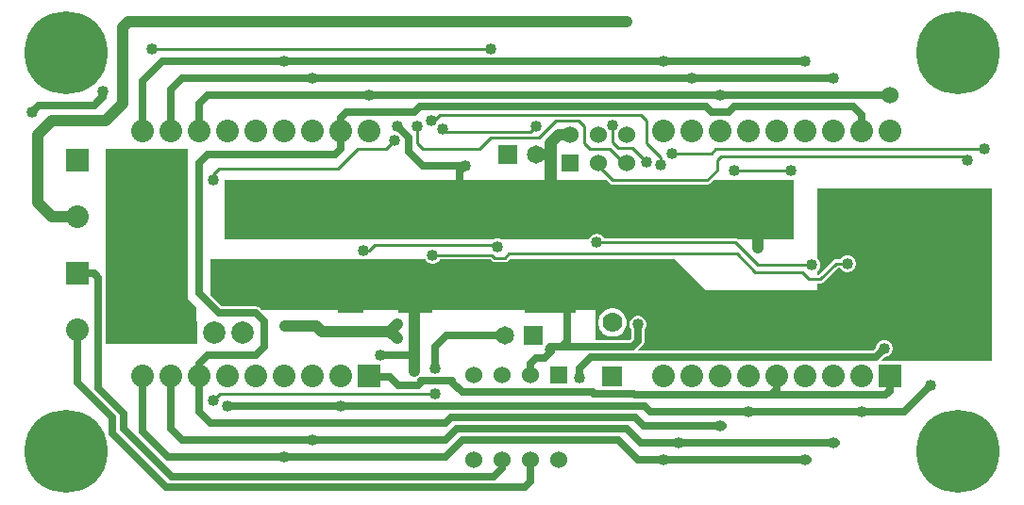
<source format=gbr>
G04 start of page 3 for group 1 idx 1 *
G04 Title: (unknown), solder *
G04 Creator: pcb 20110918 *
G04 CreationDate: Sun 03 Feb 2013 12:44:51 AM GMT UTC *
G04 For: petersen *
G04 Format: Gerber/RS-274X *
G04 PCB-Dimensions: 350000 175000 *
G04 PCB-Coordinate-Origin: lower left *
%MOIN*%
%FSLAX25Y25*%
%LNBOTTOM*%
%ADD52C,0.0380*%
%ADD51C,0.0430*%
%ADD50C,0.0280*%
%ADD49C,0.0450*%
%ADD48C,0.0480*%
%ADD47C,0.1285*%
%ADD46C,0.0350*%
%ADD45C,0.0200*%
%ADD44C,0.0650*%
%ADD43C,0.0600*%
%ADD42C,0.0700*%
%ADD41C,0.0787*%
%ADD40C,0.0800*%
%ADD39C,0.2937*%
%ADD38C,0.0100*%
%ADD37C,0.0400*%
%ADD36C,0.0250*%
%ADD35C,0.0001*%
G54D35*G36*
X218000Y85000D02*X229500D01*
Y74000D01*
X218000D01*
Y85000D01*
G37*
G36*
X227000D02*X232000D01*
X243000Y74000D01*
Y69000D01*
X227000D01*
Y79035D01*
X227430Y79138D01*
X227866Y79319D01*
X228269Y79565D01*
X228628Y79872D01*
X228935Y80231D01*
X229181Y80634D01*
X229362Y81070D01*
X229472Y81529D01*
X229500Y82000D01*
X229472Y82471D01*
X229362Y82930D01*
X229181Y83366D01*
X228935Y83769D01*
X228628Y84128D01*
X228269Y84435D01*
X227866Y84681D01*
X227430Y84862D01*
X227000Y84965D01*
Y85000D01*
G37*
G36*
X256000Y69500D02*X267500D01*
Y58500D01*
X256000D01*
Y69500D01*
G37*
G36*
X321495Y74000D02*X344000D01*
Y49000D01*
X321495D01*
Y60991D01*
X321500Y60991D01*
X321971Y61028D01*
X322430Y61138D01*
X322866Y61319D01*
X323269Y61565D01*
X323628Y61872D01*
X323935Y62231D01*
X324181Y62634D01*
X324362Y63070D01*
X324472Y63529D01*
X324500Y64000D01*
X324472Y64471D01*
X324362Y64930D01*
X324181Y65366D01*
X323935Y65769D01*
X323628Y66128D01*
X323269Y66435D01*
X322866Y66681D01*
X322430Y66862D01*
X321971Y66972D01*
X321500Y67009D01*
X321495Y67009D01*
Y74000D01*
G37*
G36*
X281494D02*X297035D01*
X297138Y73570D01*
X297319Y73134D01*
X297565Y72731D01*
X297872Y72372D01*
X298231Y72065D01*
X298634Y71819D01*
X299070Y71638D01*
X299529Y71528D01*
X300000Y71491D01*
X300471Y71528D01*
X300930Y71638D01*
X301366Y71819D01*
X301769Y72065D01*
X302128Y72372D01*
X302435Y72731D01*
X302681Y73134D01*
X302862Y73570D01*
X302965Y74000D01*
X321495D01*
Y67009D01*
X321029Y66972D01*
X320570Y66862D01*
X320134Y66681D01*
X319731Y66435D01*
X319372Y66128D01*
X319065Y65769D01*
X318819Y65366D01*
X318638Y64930D01*
X318528Y64471D01*
X318491Y64000D01*
X318528Y63529D01*
X318638Y63070D01*
X318819Y62634D01*
X319065Y62231D01*
X319372Y61872D01*
X319731Y61565D01*
X320134Y61319D01*
X320570Y61138D01*
X321029Y61028D01*
X321495Y60991D01*
Y49000D01*
X312749D01*
X312683Y49041D01*
X312465Y49131D01*
X312235Y49186D01*
X312000Y49200D01*
X304870Y49188D01*
X306187Y50506D01*
X306471Y50528D01*
X306930Y50638D01*
X307366Y50819D01*
X307769Y51065D01*
X308128Y51372D01*
X308435Y51731D01*
X308681Y52134D01*
X308862Y52570D01*
X308972Y53029D01*
X309000Y53500D01*
X308972Y53971D01*
X308862Y54430D01*
X308681Y54866D01*
X308435Y55269D01*
X308128Y55628D01*
X307769Y55935D01*
X307366Y56181D01*
X306930Y56362D01*
X306471Y56472D01*
X306000Y56509D01*
X305529Y56472D01*
X305070Y56362D01*
X304634Y56181D01*
X304231Y55935D01*
X303872Y55628D01*
X303565Y55269D01*
X303319Y54866D01*
X303138Y54430D01*
X303028Y53971D01*
X303006Y53687D01*
X302068Y52750D01*
X281494D01*
Y60488D01*
X281500Y60488D01*
X282128Y60537D01*
X282740Y60684D01*
X283322Y60925D01*
X283858Y61254D01*
X284337Y61663D01*
X284746Y62142D01*
X285075Y62678D01*
X285316Y63260D01*
X285463Y63872D01*
X285500Y64500D01*
X285463Y65128D01*
X285316Y65740D01*
X285075Y66322D01*
X284746Y66858D01*
X284337Y67337D01*
X283858Y67746D01*
X283322Y68075D01*
X282740Y68316D01*
X282128Y68463D01*
X281500Y68512D01*
X281494Y68512D01*
Y74000D01*
G37*
G36*
X261994D02*X281494D01*
Y68512D01*
X280872Y68463D01*
X280260Y68316D01*
X279678Y68075D01*
X279142Y67746D01*
X278663Y67337D01*
X278254Y66858D01*
X277925Y66322D01*
X277684Y65740D01*
X277537Y65128D01*
X277488Y64500D01*
X277537Y63872D01*
X277684Y63260D01*
X277925Y62678D01*
X278254Y62142D01*
X278663Y61663D01*
X279142Y61254D01*
X279678Y60925D01*
X280260Y60684D01*
X280872Y60537D01*
X281494Y60488D01*
Y52750D01*
X261994D01*
Y60488D01*
X262000Y60488D01*
X262628Y60537D01*
X263240Y60684D01*
X263822Y60925D01*
X264358Y61254D01*
X264837Y61663D01*
X265246Y62142D01*
X265575Y62678D01*
X265816Y63260D01*
X265963Y63872D01*
X266000Y64500D01*
X265963Y65128D01*
X265816Y65740D01*
X265575Y66322D01*
X265246Y66858D01*
X264837Y67337D01*
X264358Y67746D01*
X263822Y68075D01*
X263240Y68316D01*
X262628Y68463D01*
X262000Y68512D01*
X261994Y68512D01*
Y74000D01*
G37*
G36*
X209992D02*X261994D01*
Y68512D01*
X261372Y68463D01*
X260760Y68316D01*
X260178Y68075D01*
X259642Y67746D01*
X259163Y67337D01*
X258754Y66858D01*
X258425Y66322D01*
X258184Y65740D01*
X258037Y65128D01*
X257988Y64500D01*
X258037Y63872D01*
X258184Y63260D01*
X258425Y62678D01*
X258754Y62142D01*
X259163Y61663D01*
X259642Y61254D01*
X260178Y60925D01*
X260760Y60684D01*
X261372Y60537D01*
X261994Y60488D01*
Y52750D01*
X218932D01*
X220529Y54347D01*
X220596Y54404D01*
X220826Y54673D01*
X220826Y54673D01*
X221011Y54975D01*
X221146Y55303D01*
X221229Y55647D01*
X221257Y56000D01*
X221250Y56088D01*
Y60015D01*
X221435Y60231D01*
X221681Y60634D01*
X221862Y61070D01*
X221972Y61529D01*
X222000Y62000D01*
X221972Y62471D01*
X221862Y62930D01*
X221681Y63366D01*
X221435Y63769D01*
X221128Y64128D01*
X220769Y64435D01*
X220366Y64681D01*
X219930Y64862D01*
X219471Y64972D01*
X219000Y65009D01*
X218529Y64972D01*
X218070Y64862D01*
X217634Y64681D01*
X217231Y64435D01*
X216872Y64128D01*
X216565Y63769D01*
X216319Y63366D01*
X216138Y62930D01*
X216028Y62471D01*
X215991Y62000D01*
X216028Y61529D01*
X216138Y61070D01*
X216319Y60634D01*
X216565Y60231D01*
X216750Y60015D01*
Y56932D01*
X216068Y56250D01*
X209992D01*
Y57591D01*
X210000Y57591D01*
X210785Y57652D01*
X211550Y57836D01*
X212277Y58137D01*
X212948Y58548D01*
X213546Y59060D01*
X214058Y59658D01*
X214469Y60329D01*
X214770Y61056D01*
X214954Y61821D01*
X215000Y62606D01*
X214954Y63391D01*
X214770Y64156D01*
X214469Y64883D01*
X214058Y65554D01*
X213546Y66152D01*
X212948Y66664D01*
X212277Y67075D01*
X211550Y67376D01*
X210785Y67560D01*
X210000Y67621D01*
X209992Y67621D01*
Y74000D01*
G37*
G36*
X204000D02*X209992D01*
Y67621D01*
X209215Y67560D01*
X208450Y67376D01*
X207723Y67075D01*
X207052Y66664D01*
X206454Y66152D01*
X205942Y65554D01*
X205531Y64883D01*
X205230Y64156D01*
X205046Y63391D01*
X204985Y62606D01*
X205046Y61821D01*
X205230Y61056D01*
X205531Y60329D01*
X205942Y59658D01*
X206454Y59060D01*
X207052Y58548D01*
X207723Y58137D01*
X208450Y57836D01*
X209215Y57652D01*
X209992Y57591D01*
Y56250D01*
X204000D01*
Y74000D01*
G37*
G36*
X276000Y70000D02*X287500D01*
Y59000D01*
X276000D01*
Y70000D01*
G37*
G36*
X255500Y103000D02*X267000D01*
Y92000D01*
X255500D01*
Y103000D01*
G37*
G36*
X282500Y91000D02*X290000D01*
Y85000D01*
X283500D01*
X282500Y86000D01*
Y91000D01*
G37*
G36*
X295500Y78500D02*X304500D01*
Y71000D01*
X295500D01*
Y78500D01*
G37*
G36*
X324000Y110000D02*X344000D01*
Y49000D01*
X324000D01*
Y62338D01*
X324181Y62634D01*
X324362Y63070D01*
X324472Y63529D01*
X324500Y64000D01*
X324472Y64471D01*
X324362Y64930D01*
X324181Y65366D01*
X324000Y65662D01*
Y103343D01*
X324037Y102872D01*
X324184Y102260D01*
X324425Y101678D01*
X324754Y101142D01*
X325163Y100663D01*
X325642Y100254D01*
X326178Y99925D01*
X326760Y99684D01*
X327372Y99537D01*
X328000Y99488D01*
X328628Y99537D01*
X329240Y99684D01*
X329822Y99925D01*
X330358Y100254D01*
X330837Y100663D01*
X331246Y101142D01*
X331575Y101678D01*
X331816Y102260D01*
X331963Y102872D01*
X332000Y103500D01*
X331963Y104128D01*
X331816Y104740D01*
X331575Y105322D01*
X331246Y105858D01*
X330837Y106337D01*
X330358Y106746D01*
X329822Y107075D01*
X329240Y107316D01*
X328628Y107463D01*
X328000Y107512D01*
X327372Y107463D01*
X326760Y107316D01*
X326178Y107075D01*
X325642Y106746D01*
X325163Y106337D01*
X324754Y105858D01*
X324425Y105322D01*
X324184Y104740D01*
X324037Y104128D01*
X324000Y103657D01*
Y110000D01*
G37*
G36*
X315500Y69000D02*X327000D01*
Y58000D01*
X315500D01*
Y69000D01*
G37*
G36*
X327994Y110000D02*X333000D01*
Y60500D01*
X327994D01*
Y99488D01*
X328000Y99488D01*
X328628Y99537D01*
X329240Y99684D01*
X329822Y99925D01*
X330358Y100254D01*
X330837Y100663D01*
X331246Y101142D01*
X331575Y101678D01*
X331816Y102260D01*
X331963Y102872D01*
X332000Y103500D01*
X331963Y104128D01*
X331816Y104740D01*
X331575Y105322D01*
X331246Y105858D01*
X330837Y106337D01*
X330358Y106746D01*
X329822Y107075D01*
X329240Y107316D01*
X328628Y107463D01*
X328000Y107512D01*
X327994Y107512D01*
Y110000D01*
G37*
G36*
X321495D02*X327994D01*
Y107512D01*
X327372Y107463D01*
X326760Y107316D01*
X326178Y107075D01*
X325642Y106746D01*
X325163Y106337D01*
X324754Y105858D01*
X324425Y105322D01*
X324184Y104740D01*
X324037Y104128D01*
X323988Y103500D01*
X324037Y102872D01*
X324184Y102260D01*
X324425Y101678D01*
X324754Y101142D01*
X325163Y100663D01*
X325642Y100254D01*
X326178Y99925D01*
X326760Y99684D01*
X327372Y99537D01*
X327994Y99488D01*
Y60500D01*
X321495D01*
Y60991D01*
X321500Y60991D01*
X321971Y61028D01*
X322430Y61138D01*
X322866Y61319D01*
X323269Y61565D01*
X323628Y61872D01*
X323935Y62231D01*
X324181Y62634D01*
X324362Y63070D01*
X324472Y63529D01*
X324500Y64000D01*
X324472Y64471D01*
X324362Y64930D01*
X324181Y65366D01*
X323935Y65769D01*
X323628Y66128D01*
X323269Y66435D01*
X322866Y66681D01*
X322430Y66862D01*
X321971Y66972D01*
X321500Y67009D01*
X321495Y67009D01*
Y110000D01*
G37*
G36*
X312494D02*X321495D01*
Y67009D01*
X321029Y66972D01*
X320570Y66862D01*
X320134Y66681D01*
X319731Y66435D01*
X319372Y66128D01*
X319065Y65769D01*
X318819Y65366D01*
X318638Y64930D01*
X318528Y64471D01*
X318491Y64000D01*
X318528Y63529D01*
X318638Y63070D01*
X318819Y62634D01*
X319065Y62231D01*
X319372Y61872D01*
X319731Y61565D01*
X320134Y61319D01*
X320570Y61138D01*
X321029Y61028D01*
X321495Y60991D01*
Y60500D01*
X312494D01*
Y99488D01*
X312500Y99488D01*
X313128Y99537D01*
X313740Y99684D01*
X314322Y99925D01*
X314858Y100254D01*
X315337Y100663D01*
X315746Y101142D01*
X316075Y101678D01*
X316316Y102260D01*
X316463Y102872D01*
X316500Y103500D01*
X316463Y104128D01*
X316316Y104740D01*
X316075Y105322D01*
X315746Y105858D01*
X315337Y106337D01*
X314858Y106746D01*
X314322Y107075D01*
X313740Y107316D01*
X313128Y107463D01*
X312500Y107512D01*
X312494Y107512D01*
Y110000D01*
G37*
G36*
X299995D02*X312494D01*
Y107512D01*
X311872Y107463D01*
X311260Y107316D01*
X310678Y107075D01*
X310142Y106746D01*
X309663Y106337D01*
X309254Y105858D01*
X308925Y105322D01*
X308684Y104740D01*
X308537Y104128D01*
X308488Y103500D01*
X308537Y102872D01*
X308684Y102260D01*
X308925Y101678D01*
X309254Y101142D01*
X309663Y100663D01*
X310142Y100254D01*
X310678Y99925D01*
X311260Y99684D01*
X311872Y99537D01*
X312494Y99488D01*
Y60500D01*
X299995D01*
Y71491D01*
X300000Y71491D01*
X300471Y71528D01*
X300930Y71638D01*
X301366Y71819D01*
X301769Y72065D01*
X302128Y72372D01*
X302435Y72731D01*
X302681Y73134D01*
X302862Y73570D01*
X302972Y74029D01*
X303000Y74500D01*
X302972Y74971D01*
X302862Y75430D01*
X302681Y75866D01*
X302435Y76269D01*
X302128Y76628D01*
X301769Y76935D01*
X301366Y77181D01*
X300930Y77362D01*
X300471Y77472D01*
X300000Y77509D01*
X299995Y77509D01*
Y101548D01*
X300075Y101678D01*
X300316Y102260D01*
X300463Y102872D01*
X300500Y103500D01*
X300463Y104128D01*
X300316Y104740D01*
X300075Y105322D01*
X299995Y105452D01*
Y110000D01*
G37*
G36*
Y60500D02*X296494D01*
Y99488D01*
X296500Y99488D01*
X297128Y99537D01*
X297740Y99684D01*
X298322Y99925D01*
X298858Y100254D01*
X299337Y100663D01*
X299746Y101142D01*
X299995Y101548D01*
Y77509D01*
X299529Y77472D01*
X299070Y77362D01*
X298634Y77181D01*
X298231Y76935D01*
X297872Y76628D01*
X297565Y76269D01*
X297319Y75866D01*
X297138Y75430D01*
X297028Y74971D01*
X296991Y74500D01*
X297028Y74029D01*
X297138Y73570D01*
X297319Y73134D01*
X297565Y72731D01*
X297872Y72372D01*
X298231Y72065D01*
X298634Y71819D01*
X299070Y71638D01*
X299529Y71528D01*
X299995Y71491D01*
Y60500D01*
G37*
G36*
X296494Y110000D02*X299995D01*
Y105452D01*
X299746Y105858D01*
X299337Y106337D01*
X298858Y106746D01*
X298322Y107075D01*
X297740Y107316D01*
X297128Y107463D01*
X296500Y107512D01*
X296494Y107512D01*
Y110000D01*
G37*
G36*
X286495D02*X296494D01*
Y107512D01*
X295872Y107463D01*
X295260Y107316D01*
X294678Y107075D01*
X294142Y106746D01*
X293663Y106337D01*
X293254Y105858D01*
X292925Y105322D01*
X292684Y104740D01*
X292537Y104128D01*
X292488Y103500D01*
X292537Y102872D01*
X292684Y102260D01*
X292925Y101678D01*
X293254Y101142D01*
X293663Y100663D01*
X294142Y100254D01*
X294678Y99925D01*
X295260Y99684D01*
X295872Y99537D01*
X296494Y99488D01*
Y60500D01*
X286495D01*
Y78874D01*
X289621Y82000D01*
X290401D01*
X290565Y81731D01*
X290872Y81372D01*
X291231Y81065D01*
X291634Y80819D01*
X292070Y80638D01*
X292529Y80528D01*
X293000Y80491D01*
X293471Y80528D01*
X293930Y80638D01*
X294366Y80819D01*
X294769Y81065D01*
X295128Y81372D01*
X295435Y81731D01*
X295681Y82134D01*
X295862Y82570D01*
X295972Y83029D01*
X296000Y83500D01*
X295972Y83971D01*
X295862Y84430D01*
X295681Y84866D01*
X295435Y85269D01*
X295128Y85628D01*
X294769Y85935D01*
X294366Y86181D01*
X293930Y86362D01*
X293471Y86472D01*
X293000Y86509D01*
X292529Y86472D01*
X292070Y86362D01*
X291634Y86181D01*
X291231Y85935D01*
X290872Y85628D01*
X290565Y85269D01*
X290401Y85000D01*
X289059D01*
X289000Y85005D01*
X288765Y84986D01*
X288535Y84931D01*
X288317Y84841D01*
X288116Y84717D01*
X288115Y84717D01*
X287936Y84564D01*
X287898Y84519D01*
X286495Y83117D01*
Y84991D01*
X286500Y84991D01*
X286971Y85028D01*
X287430Y85138D01*
X287866Y85319D01*
X288269Y85565D01*
X288628Y85872D01*
X288935Y86231D01*
X289181Y86634D01*
X289362Y87070D01*
X289472Y87529D01*
X289500Y88000D01*
X289472Y88471D01*
X289362Y88930D01*
X289181Y89366D01*
X288935Y89769D01*
X288628Y90128D01*
X288269Y90435D01*
X287866Y90681D01*
X287430Y90862D01*
X286971Y90972D01*
X286500Y91009D01*
X286495Y91009D01*
Y110000D01*
G37*
G36*
Y60500D02*X282500D01*
Y60626D01*
X282740Y60684D01*
X283322Y60925D01*
X283858Y61254D01*
X284337Y61663D01*
X284746Y62142D01*
X285075Y62678D01*
X285316Y63260D01*
X285463Y63872D01*
X285500Y64500D01*
X285463Y65128D01*
X285316Y65740D01*
X285075Y66322D01*
X284746Y66858D01*
X284337Y67337D01*
X283858Y67746D01*
X283322Y68075D01*
X282740Y68316D01*
X282500Y68374D01*
Y76500D01*
X283441D01*
X283500Y76495D01*
X283735Y76514D01*
X283735Y76514D01*
X283965Y76569D01*
X284183Y76659D01*
X284384Y76783D01*
X284564Y76936D01*
X284602Y76981D01*
X286495Y78874D01*
Y60500D01*
G37*
G36*
X282500Y110000D02*X286495D01*
Y91009D01*
X286029Y90972D01*
X285570Y90862D01*
X285134Y90681D01*
X284731Y90435D01*
X284372Y90128D01*
X284065Y89769D01*
X283819Y89366D01*
X283638Y88930D01*
X283528Y88471D01*
X283491Y88000D01*
X283528Y87529D01*
X283638Y87070D01*
X283819Y86634D01*
X284065Y86231D01*
X284372Y85872D01*
X284731Y85565D01*
X285134Y85319D01*
X285570Y85138D01*
X286029Y85028D01*
X286495Y84991D01*
Y83117D01*
X282879Y79500D01*
X282500D01*
Y80763D01*
X282628Y80872D01*
X282935Y81231D01*
X283181Y81634D01*
X283362Y82070D01*
X283472Y82529D01*
X283500Y83000D01*
X283472Y83471D01*
X283362Y83930D01*
X283181Y84366D01*
X282935Y84769D01*
X282628Y85128D01*
X282500Y85237D01*
Y110000D01*
G37*
G36*
X243500Y109000D02*X274000D01*
Y96500D01*
X243500D01*
Y109000D01*
G37*
G36*
X282500Y110000D02*X344000D01*
Y94000D01*
X282500D01*
Y110000D01*
G37*
G36*
X52000Y55000D02*Y68000D01*
X63000D01*
Y55000D01*
X52000D01*
G37*
G36*
X56000Y71000D02*X60000D01*
X63000Y68000D01*
Y65000D01*
X56000D01*
Y71000D01*
G37*
G36*
X44995Y124000D02*X60000D01*
Y55000D01*
X44995D01*
Y105991D01*
X45000Y105991D01*
X45471Y106028D01*
X45930Y106138D01*
X46366Y106319D01*
X46769Y106565D01*
X47128Y106872D01*
X47435Y107231D01*
X47681Y107634D01*
X47862Y108070D01*
X47972Y108529D01*
X48000Y109000D01*
X47972Y109471D01*
X47862Y109930D01*
X47681Y110366D01*
X47435Y110769D01*
X47128Y111128D01*
X46769Y111435D01*
X46366Y111681D01*
X45930Y111862D01*
X45471Y111972D01*
X45000Y112009D01*
X44995Y112009D01*
Y116991D01*
X45000Y116991D01*
X45471Y117028D01*
X45930Y117138D01*
X46366Y117319D01*
X46769Y117565D01*
X47128Y117872D01*
X47435Y118231D01*
X47681Y118634D01*
X47862Y119070D01*
X47972Y119529D01*
X48000Y120000D01*
X47972Y120471D01*
X47862Y120930D01*
X47681Y121366D01*
X47435Y121769D01*
X47128Y122128D01*
X46769Y122435D01*
X46366Y122681D01*
X45930Y122862D01*
X45471Y122972D01*
X45000Y123009D01*
X44995Y123009D01*
Y124000D01*
G37*
G36*
X39995D02*X44995D01*
Y123009D01*
X44529Y122972D01*
X44070Y122862D01*
X43634Y122681D01*
X43231Y122435D01*
X42872Y122128D01*
X42565Y121769D01*
X42319Y121366D01*
X42138Y120930D01*
X42028Y120471D01*
X41991Y120000D01*
X42028Y119529D01*
X42138Y119070D01*
X42319Y118634D01*
X42565Y118231D01*
X42872Y117872D01*
X43231Y117565D01*
X43634Y117319D01*
X44070Y117138D01*
X44529Y117028D01*
X44995Y116991D01*
Y112009D01*
X44529Y111972D01*
X44070Y111862D01*
X43634Y111681D01*
X43231Y111435D01*
X42872Y111128D01*
X42565Y110769D01*
X42319Y110366D01*
X42138Y109930D01*
X42028Y109471D01*
X41991Y109000D01*
X42028Y108529D01*
X42138Y108070D01*
X42319Y107634D01*
X42565Y107231D01*
X42872Y106872D01*
X43231Y106565D01*
X43634Y106319D01*
X44070Y106138D01*
X44529Y106028D01*
X44995Y105991D01*
Y55000D01*
X39995D01*
Y110991D01*
X40000Y110991D01*
X40471Y111028D01*
X40930Y111138D01*
X41366Y111319D01*
X41769Y111565D01*
X42128Y111872D01*
X42435Y112231D01*
X42681Y112634D01*
X42862Y113070D01*
X42972Y113529D01*
X43000Y114000D01*
X42972Y114471D01*
X42862Y114930D01*
X42681Y115366D01*
X42435Y115769D01*
X42128Y116128D01*
X41769Y116435D01*
X41366Y116681D01*
X40930Y116862D01*
X40471Y116972D01*
X40000Y117009D01*
X39995Y117009D01*
Y124000D01*
G37*
G36*
X34995D02*X39995D01*
Y117009D01*
X39529Y116972D01*
X39070Y116862D01*
X38634Y116681D01*
X38231Y116435D01*
X37872Y116128D01*
X37565Y115769D01*
X37319Y115366D01*
X37138Y114930D01*
X37028Y114471D01*
X36991Y114000D01*
X37028Y113529D01*
X37138Y113070D01*
X37319Y112634D01*
X37565Y112231D01*
X37872Y111872D01*
X38231Y111565D01*
X38634Y111319D01*
X39070Y111138D01*
X39529Y111028D01*
X39995Y110991D01*
Y55000D01*
X34995D01*
Y105991D01*
X35000Y105991D01*
X35471Y106028D01*
X35930Y106138D01*
X36366Y106319D01*
X36769Y106565D01*
X37128Y106872D01*
X37435Y107231D01*
X37681Y107634D01*
X37862Y108070D01*
X37972Y108529D01*
X38000Y109000D01*
X37972Y109471D01*
X37862Y109930D01*
X37681Y110366D01*
X37435Y110769D01*
X37128Y111128D01*
X36769Y111435D01*
X36366Y111681D01*
X35930Y111862D01*
X35471Y111972D01*
X35000Y112009D01*
X34995Y112009D01*
Y116991D01*
X35000Y116991D01*
X35471Y117028D01*
X35930Y117138D01*
X36366Y117319D01*
X36769Y117565D01*
X37128Y117872D01*
X37435Y118231D01*
X37681Y118634D01*
X37862Y119070D01*
X37972Y119529D01*
X38000Y120000D01*
X37972Y120471D01*
X37862Y120930D01*
X37681Y121366D01*
X37435Y121769D01*
X37128Y122128D01*
X36769Y122435D01*
X36366Y122681D01*
X35930Y122862D01*
X35471Y122972D01*
X35000Y123009D01*
X34995Y123009D01*
Y124000D01*
G37*
G36*
X31000D02*X34995D01*
Y123009D01*
X34529Y122972D01*
X34070Y122862D01*
X33634Y122681D01*
X33231Y122435D01*
X32872Y122128D01*
X32565Y121769D01*
X32319Y121366D01*
X32138Y120930D01*
X32028Y120471D01*
X31991Y120000D01*
X32028Y119529D01*
X32138Y119070D01*
X32319Y118634D01*
X32565Y118231D01*
X32872Y117872D01*
X33231Y117565D01*
X33634Y117319D01*
X34070Y117138D01*
X34529Y117028D01*
X34995Y116991D01*
Y112009D01*
X34529Y111972D01*
X34070Y111862D01*
X33634Y111681D01*
X33231Y111435D01*
X32872Y111128D01*
X32565Y110769D01*
X32319Y110366D01*
X32138Y109930D01*
X32028Y109471D01*
X31991Y109000D01*
X32028Y108529D01*
X32138Y108070D01*
X32319Y107634D01*
X32565Y107231D01*
X32872Y106872D01*
X33231Y106565D01*
X33634Y106319D01*
X34070Y106138D01*
X34529Y106028D01*
X34995Y105991D01*
Y55000D01*
X31000D01*
Y124000D01*
G37*
G36*
X50000D01*
Y105000D01*
X31000D01*
Y124000D01*
G37*
G36*
X73000Y113000D02*X98000D01*
Y96000D01*
X73000D01*
Y113000D01*
G37*
G36*
X68000Y85000D02*X90000D01*
Y72000D01*
X68000D01*
Y85000D01*
G37*
G36*
X144500Y83500D02*X164500D01*
Y73500D01*
X144500D01*
Y83500D01*
G37*
G36*
X197000Y85000D02*Y66000D01*
X179000D01*
Y85000D01*
X197000D01*
G37*
G36*
X182995D02*X226382D01*
X226029Y84972D01*
X225570Y84862D01*
X225134Y84681D01*
X224731Y84435D01*
X224372Y84128D01*
X224065Y83769D01*
X223819Y83366D01*
X223638Y82930D01*
X223528Y82471D01*
X223491Y82000D01*
X223528Y81529D01*
X223638Y81070D01*
X223819Y80634D01*
X224065Y80231D01*
X224372Y79872D01*
X224731Y79565D01*
X225134Y79319D01*
X225570Y79138D01*
X226029Y79028D01*
X226500Y78991D01*
X226971Y79028D01*
X227430Y79138D01*
X227866Y79319D01*
X228269Y79565D01*
X228628Y79872D01*
X228935Y80231D01*
X229181Y80634D01*
X229362Y81070D01*
X229472Y81529D01*
X229500Y82000D01*
X229472Y82471D01*
X229362Y82930D01*
X229181Y83366D01*
X228935Y83769D01*
X228628Y84128D01*
X228269Y84435D01*
X227866Y84681D01*
X227430Y84862D01*
X226971Y84972D01*
X226618Y85000D01*
X232000D01*
Y67000D01*
X212399D01*
X212277Y67075D01*
X211550Y67376D01*
X210785Y67560D01*
X210000Y67621D01*
X209215Y67560D01*
X208450Y67376D01*
X207723Y67075D01*
X207601Y67000D01*
X196250D01*
Y70000D01*
X196229Y70353D01*
X196146Y70697D01*
X196011Y71025D01*
X195826Y71327D01*
X195596Y71596D01*
X195327Y71826D01*
X195025Y72011D01*
X194697Y72146D01*
X194353Y72229D01*
X194000Y72257D01*
X193647Y72229D01*
X193303Y72146D01*
X192975Y72011D01*
X192673Y71826D01*
X192404Y71596D01*
X192174Y71327D01*
X191989Y71025D01*
X191854Y70697D01*
X191771Y70353D01*
X191750Y70000D01*
Y67000D01*
X182995D01*
Y72991D01*
X183000Y72991D01*
X183471Y73028D01*
X183930Y73138D01*
X184366Y73319D01*
X184769Y73565D01*
X185128Y73872D01*
X185435Y74231D01*
X185681Y74634D01*
X185862Y75070D01*
X185972Y75529D01*
X186000Y76000D01*
X185972Y76471D01*
X185862Y76930D01*
X185681Y77366D01*
X185435Y77769D01*
X185128Y78128D01*
X184769Y78435D01*
X184366Y78681D01*
X183930Y78862D01*
X183471Y78972D01*
X183000Y79009D01*
X182995Y79009D01*
Y85000D01*
G37*
G36*
X160495D02*X166879D01*
X167398Y84481D01*
X167436Y84436D01*
X167616Y84283D01*
X167817Y84159D01*
X168035Y84069D01*
X168265Y84014D01*
X168500Y83995D01*
X168559Y84000D01*
X171941D01*
X172000Y83995D01*
X172235Y84014D01*
X172235Y84014D01*
X172465Y84069D01*
X172683Y84159D01*
X172884Y84283D01*
X173064Y84436D01*
X173102Y84481D01*
X173621Y85000D01*
X182995D01*
Y79009D01*
X182529Y78972D01*
X182070Y78862D01*
X181634Y78681D01*
X181231Y78435D01*
X180872Y78128D01*
X180565Y77769D01*
X180319Y77366D01*
X180138Y76930D01*
X180028Y76471D01*
X179991Y76000D01*
X180028Y75529D01*
X180138Y75070D01*
X180319Y74634D01*
X180565Y74231D01*
X180872Y73872D01*
X181231Y73565D01*
X181634Y73319D01*
X182070Y73138D01*
X182529Y73028D01*
X182995Y72991D01*
Y67000D01*
X160495D01*
Y75991D01*
X160500Y75991D01*
X160971Y76028D01*
X161430Y76138D01*
X161866Y76319D01*
X162269Y76565D01*
X162628Y76872D01*
X162935Y77231D01*
X163181Y77634D01*
X163362Y78070D01*
X163472Y78529D01*
X163500Y79000D01*
X163472Y79471D01*
X163362Y79930D01*
X163181Y80366D01*
X162935Y80769D01*
X162628Y81128D01*
X162269Y81435D01*
X161866Y81681D01*
X161430Y81862D01*
X160971Y81972D01*
X160500Y82009D01*
X160495Y82009D01*
Y85000D01*
G37*
G36*
X150495D02*X160495D01*
Y82009D01*
X160029Y81972D01*
X159570Y81862D01*
X159134Y81681D01*
X158731Y81435D01*
X158372Y81128D01*
X158065Y80769D01*
X157819Y80366D01*
X157638Y79930D01*
X157528Y79471D01*
X157491Y79000D01*
X157528Y78529D01*
X157638Y78070D01*
X157819Y77634D01*
X158065Y77231D01*
X158372Y76872D01*
X158731Y76565D01*
X159134Y76319D01*
X159570Y76138D01*
X160029Y76028D01*
X160495Y75991D01*
Y67000D01*
X150495D01*
Y74491D01*
X150500Y74491D01*
X150971Y74528D01*
X151430Y74638D01*
X151866Y74819D01*
X152269Y75065D01*
X152628Y75372D01*
X152935Y75731D01*
X153181Y76134D01*
X153362Y76570D01*
X153472Y77029D01*
X153500Y77500D01*
X153472Y77971D01*
X153362Y78430D01*
X153181Y78866D01*
X152935Y79269D01*
X152628Y79628D01*
X152269Y79935D01*
X151866Y80181D01*
X151430Y80362D01*
X150971Y80472D01*
X150500Y80509D01*
X150495Y80509D01*
Y85000D01*
G37*
G36*
X77995D02*X121882D01*
X122000Y84991D01*
X122118Y85000D01*
X143901D01*
X144065Y84731D01*
X144372Y84372D01*
X144731Y84065D01*
X145134Y83819D01*
X145570Y83638D01*
X146029Y83528D01*
X146500Y83491D01*
X146971Y83528D01*
X147430Y83638D01*
X147866Y83819D01*
X148269Y84065D01*
X148628Y84372D01*
X148935Y84731D01*
X149099Y85000D01*
X150495D01*
Y80509D01*
X150029Y80472D01*
X149570Y80362D01*
X149134Y80181D01*
X148731Y79935D01*
X148372Y79628D01*
X148065Y79269D01*
X147819Y78866D01*
X147638Y78430D01*
X147528Y77971D01*
X147491Y77500D01*
X147528Y77029D01*
X147638Y76570D01*
X147819Y76134D01*
X148065Y75731D01*
X148372Y75372D01*
X148731Y75065D01*
X149134Y74819D01*
X149570Y74638D01*
X150029Y74528D01*
X150495Y74491D01*
Y67000D01*
X143000D01*
Y73500D01*
X142972Y73971D01*
X142862Y74430D01*
X142681Y74866D01*
X142435Y75269D01*
X142128Y75628D01*
X141769Y75935D01*
X141366Y76181D01*
X140930Y76362D01*
X140471Y76472D01*
X140000Y76509D01*
X139529Y76472D01*
X139070Y76362D01*
X138634Y76181D01*
X138231Y75935D01*
X137872Y75628D01*
X137565Y75269D01*
X137319Y74866D01*
X137138Y74430D01*
X137028Y73971D01*
X137000Y73500D01*
Y67000D01*
X119833D01*
X119862Y67070D01*
X119972Y67529D01*
X120000Y68000D01*
X119972Y68471D01*
X119862Y68930D01*
X119681Y69366D01*
X119435Y69769D01*
X119128Y70128D01*
X118769Y70435D01*
X118366Y70681D01*
X117930Y70862D01*
X117471Y70972D01*
X117000Y71009D01*
X116529Y70972D01*
X116070Y70862D01*
X115634Y70681D01*
X115231Y70435D01*
X114872Y70128D01*
X114565Y69769D01*
X114319Y69366D01*
X114138Y68930D01*
X114028Y68471D01*
X113991Y68000D01*
X114028Y67529D01*
X114138Y67070D01*
X114167Y67000D01*
X86182D01*
X85653Y67529D01*
X85596Y67596D01*
X85327Y67826D01*
X85327Y67826D01*
X85212Y67896D01*
X85025Y68011D01*
X84793Y68107D01*
X84697Y68146D01*
X84353Y68229D01*
X84000Y68257D01*
X83912Y68250D01*
X77995D01*
Y71991D01*
X78000Y71991D01*
X78471Y72028D01*
X78930Y72138D01*
X79366Y72319D01*
X79769Y72565D01*
X80128Y72872D01*
X80435Y73231D01*
X80681Y73634D01*
X80862Y74070D01*
X80972Y74529D01*
X80996Y74933D01*
X81028Y74529D01*
X81138Y74070D01*
X81319Y73634D01*
X81565Y73231D01*
X81872Y72872D01*
X82231Y72565D01*
X82634Y72319D01*
X83070Y72138D01*
X83529Y72028D01*
X84000Y71991D01*
X84471Y72028D01*
X84930Y72138D01*
X85366Y72319D01*
X85769Y72565D01*
X86128Y72872D01*
X86435Y73231D01*
X86681Y73634D01*
X86862Y74070D01*
X86972Y74529D01*
X87000Y75000D01*
X86972Y75471D01*
X86862Y75930D01*
X86681Y76366D01*
X86435Y76769D01*
X86128Y77128D01*
X85769Y77435D01*
X85366Y77681D01*
X84930Y77862D01*
X84471Y77972D01*
X84118Y78000D01*
X84471Y78028D01*
X84930Y78138D01*
X85366Y78319D01*
X85769Y78565D01*
X86128Y78872D01*
X86435Y79231D01*
X86681Y79634D01*
X86862Y80070D01*
X86972Y80529D01*
X87000Y81000D01*
X86972Y81471D01*
X86862Y81930D01*
X86681Y82366D01*
X86435Y82769D01*
X86128Y83128D01*
X85769Y83435D01*
X85366Y83681D01*
X84930Y83862D01*
X84471Y83972D01*
X84000Y84009D01*
X83529Y83972D01*
X83070Y83862D01*
X82634Y83681D01*
X82231Y83435D01*
X81872Y83128D01*
X81565Y82769D01*
X81319Y82366D01*
X81138Y81930D01*
X81028Y81471D01*
X80996Y81067D01*
X80972Y81471D01*
X80862Y81930D01*
X80681Y82366D01*
X80435Y82769D01*
X80128Y83128D01*
X79769Y83435D01*
X79366Y83681D01*
X78930Y83862D01*
X78471Y83972D01*
X78000Y84009D01*
X77995Y84009D01*
Y85000D01*
G37*
G36*
X68000D02*X77995D01*
Y84009D01*
X77529Y83972D01*
X77070Y83862D01*
X76634Y83681D01*
X76231Y83435D01*
X75872Y83128D01*
X75565Y82769D01*
X75319Y82366D01*
X75138Y81930D01*
X75028Y81471D01*
X74996Y81067D01*
X74972Y81471D01*
X74862Y81930D01*
X74681Y82366D01*
X74435Y82769D01*
X74128Y83128D01*
X73769Y83435D01*
X73366Y83681D01*
X72930Y83862D01*
X72471Y83972D01*
X72000Y84009D01*
X71529Y83972D01*
X71070Y83862D01*
X70634Y83681D01*
X70231Y83435D01*
X69872Y83128D01*
X69565Y82769D01*
X69319Y82366D01*
X69138Y81930D01*
X69028Y81471D01*
X68991Y81000D01*
X69028Y80529D01*
X69138Y80070D01*
X69319Y79634D01*
X69565Y79231D01*
X69872Y78872D01*
X70231Y78565D01*
X70634Y78319D01*
X71070Y78138D01*
X71529Y78028D01*
X71882Y78000D01*
X71529Y77972D01*
X71070Y77862D01*
X70634Y77681D01*
X70231Y77435D01*
X69872Y77128D01*
X69565Y76769D01*
X69319Y76366D01*
X69138Y75930D01*
X69028Y75471D01*
X68991Y75000D01*
X69028Y74529D01*
X69138Y74070D01*
X69319Y73634D01*
X69565Y73231D01*
X69872Y72872D01*
X70231Y72565D01*
X70634Y72319D01*
X71070Y72138D01*
X71529Y72028D01*
X72000Y71991D01*
X72471Y72028D01*
X72930Y72138D01*
X73366Y72319D01*
X73769Y72565D01*
X74128Y72872D01*
X74435Y73231D01*
X74681Y73634D01*
X74862Y74070D01*
X74972Y74529D01*
X74996Y74933D01*
X75028Y74529D01*
X75138Y74070D01*
X75319Y73634D01*
X75565Y73231D01*
X75872Y72872D01*
X76231Y72565D01*
X76634Y72319D01*
X77070Y72138D01*
X77529Y72028D01*
X77995Y71991D01*
Y68250D01*
X71932D01*
X68000Y72182D01*
Y85000D01*
G37*
G36*
X134000Y79000D02*X146000D01*
Y69000D01*
X134000D01*
Y79000D01*
G37*
G36*
X134500Y76000D02*X146500D01*
Y66000D01*
X134500D01*
Y76000D01*
G37*
G36*
X113000Y66000D02*Y73000D01*
X122000D01*
Y66000D01*
X113000D01*
G37*
G36*
X270495Y113000D02*X274000D01*
Y92000D01*
X270495D01*
Y98491D01*
X270500Y98491D01*
X270971Y98528D01*
X271430Y98638D01*
X271866Y98819D01*
X272269Y99065D01*
X272628Y99372D01*
X272935Y99731D01*
X273181Y100134D01*
X273362Y100570D01*
X273472Y101029D01*
X273500Y101500D01*
X273472Y101971D01*
X273362Y102430D01*
X273181Y102866D01*
X272935Y103269D01*
X272628Y103628D01*
X272485Y103750D01*
X272628Y103872D01*
X272935Y104231D01*
X273181Y104634D01*
X273362Y105070D01*
X273472Y105529D01*
X273500Y106000D01*
X273472Y106471D01*
X273362Y106930D01*
X273181Y107366D01*
X272935Y107769D01*
X272628Y108128D01*
X272269Y108435D01*
X271866Y108681D01*
X271430Y108862D01*
X270971Y108972D01*
X270500Y109009D01*
X270495Y109009D01*
Y113000D01*
G37*
G36*
X255495D02*X270495D01*
Y109009D01*
X270029Y108972D01*
X269570Y108862D01*
X269134Y108681D01*
X268731Y108435D01*
X268372Y108128D01*
X268065Y107769D01*
X267819Y107366D01*
X267638Y106930D01*
X267528Y106471D01*
X267491Y106000D01*
X267528Y105529D01*
X267638Y105070D01*
X267819Y104634D01*
X268065Y104231D01*
X268372Y103872D01*
X268515Y103750D01*
X268372Y103628D01*
X268065Y103269D01*
X267819Y102866D01*
X267638Y102430D01*
X267528Y101971D01*
X267491Y101500D01*
X267528Y101029D01*
X267638Y100570D01*
X267819Y100134D01*
X268065Y99731D01*
X268372Y99372D01*
X268731Y99065D01*
X269134Y98819D01*
X269570Y98638D01*
X270029Y98528D01*
X270495Y98491D01*
Y92000D01*
X264500D01*
Y98901D01*
X264769Y99065D01*
X265128Y99372D01*
X265435Y99731D01*
X265681Y100134D01*
X265862Y100570D01*
X265972Y101029D01*
X266000Y101500D01*
X265972Y101971D01*
X265862Y102430D01*
X265681Y102866D01*
X265435Y103269D01*
X265128Y103628D01*
X264985Y103750D01*
X265128Y103872D01*
X265435Y104231D01*
X265681Y104634D01*
X265862Y105070D01*
X265972Y105529D01*
X266000Y106000D01*
X265972Y106471D01*
X265862Y106930D01*
X265681Y107366D01*
X265435Y107769D01*
X265128Y108128D01*
X264769Y108435D01*
X264366Y108681D01*
X263930Y108862D01*
X263471Y108972D01*
X263000Y109009D01*
X262529Y108972D01*
X262070Y108862D01*
X261634Y108681D01*
X261231Y108435D01*
X260872Y108128D01*
X260565Y107769D01*
X260319Y107366D01*
X260138Y106930D01*
X260028Y106471D01*
X259991Y106000D01*
X260028Y105529D01*
X260138Y105070D01*
X260319Y104634D01*
X260565Y104231D01*
X260872Y103872D01*
X261015Y103750D01*
X260872Y103628D01*
X260565Y103269D01*
X260319Y102866D01*
X260138Y102430D01*
X260028Y101971D01*
X259998Y101598D01*
X259731Y101435D01*
X259372Y101128D01*
X259065Y100769D01*
X258819Y100366D01*
X258638Y99930D01*
X258528Y99471D01*
X258500Y99000D01*
Y92000D01*
X255495D01*
Y98491D01*
X255500Y98491D01*
X255971Y98528D01*
X256430Y98638D01*
X256866Y98819D01*
X257269Y99065D01*
X257628Y99372D01*
X257935Y99731D01*
X258181Y100134D01*
X258362Y100570D01*
X258472Y101029D01*
X258500Y101500D01*
X258472Y101971D01*
X258362Y102430D01*
X258181Y102866D01*
X257935Y103269D01*
X257628Y103628D01*
X257485Y103750D01*
X257628Y103872D01*
X257935Y104231D01*
X258181Y104634D01*
X258362Y105070D01*
X258472Y105529D01*
X258500Y106000D01*
X258472Y106471D01*
X258362Y106930D01*
X258181Y107366D01*
X257935Y107769D01*
X257628Y108128D01*
X257269Y108435D01*
X256866Y108681D01*
X256430Y108862D01*
X255971Y108972D01*
X255500Y109009D01*
X255495Y109009D01*
Y113000D01*
G37*
G36*
X165495D02*X185000D01*
Y110000D01*
X185028Y109529D01*
X185138Y109070D01*
X185319Y108634D01*
X185565Y108231D01*
X185872Y107872D01*
X186231Y107565D01*
X186634Y107319D01*
X187070Y107138D01*
X187529Y107028D01*
X187969Y106993D01*
X187975Y106989D01*
X188303Y106854D01*
X188647Y106771D01*
X189000Y106743D01*
X189353Y106771D01*
X189697Y106854D01*
X190025Y106989D01*
X190327Y107174D01*
X190596Y107404D01*
X190826Y107673D01*
X191011Y107975D01*
X191146Y108303D01*
X191229Y108647D01*
X191250Y109000D01*
Y113000D01*
X207879D01*
X208898Y111981D01*
X208936Y111936D01*
X209115Y111783D01*
X209116Y111783D01*
X209317Y111659D01*
X209535Y111569D01*
X209765Y111514D01*
X210000Y111495D01*
X210059Y111500D01*
X243441D01*
X243500Y111495D01*
X243735Y111514D01*
X243735Y111514D01*
X243965Y111569D01*
X244183Y111659D01*
X244384Y111783D01*
X244564Y111936D01*
X244602Y111981D01*
X245621Y113000D01*
X255495D01*
Y109009D01*
X255029Y108972D01*
X254570Y108862D01*
X254134Y108681D01*
X253731Y108435D01*
X253372Y108128D01*
X253065Y107769D01*
X252819Y107366D01*
X252638Y106930D01*
X252528Y106471D01*
X252491Y106000D01*
X252528Y105529D01*
X252638Y105070D01*
X252819Y104634D01*
X253065Y104231D01*
X253372Y103872D01*
X253515Y103750D01*
X253372Y103628D01*
X253065Y103269D01*
X252819Y102866D01*
X252638Y102430D01*
X252528Y101971D01*
X252491Y101500D01*
X252528Y101029D01*
X252638Y100570D01*
X252819Y100134D01*
X253065Y99731D01*
X253372Y99372D01*
X253731Y99065D01*
X254134Y98819D01*
X254570Y98638D01*
X255029Y98528D01*
X255495Y98491D01*
Y92000D01*
X254621D01*
X254602Y92019D01*
X254564Y92064D01*
X254384Y92217D01*
X254183Y92341D01*
X253965Y92431D01*
X253735Y92486D01*
X253735Y92486D01*
X253500Y92505D01*
X253441Y92500D01*
X207099D01*
X206935Y92769D01*
X206628Y93128D01*
X206269Y93435D01*
X205866Y93681D01*
X205430Y93862D01*
X204971Y93972D01*
X204500Y94009D01*
X204029Y93972D01*
X203570Y93862D01*
X203134Y93681D01*
X202731Y93435D01*
X202372Y93128D01*
X202065Y92769D01*
X201819Y92366D01*
X201667Y92000D01*
X171162D01*
X170866Y92181D01*
X170430Y92362D01*
X169971Y92472D01*
X169500Y92509D01*
X169029Y92472D01*
X168570Y92362D01*
X168134Y92181D01*
X167838Y92000D01*
X165495D01*
Y92991D01*
X165500Y92991D01*
X165971Y93028D01*
X166430Y93138D01*
X166866Y93319D01*
X167269Y93565D01*
X167628Y93872D01*
X167935Y94231D01*
X168181Y94634D01*
X168362Y95070D01*
X168472Y95529D01*
X168500Y96000D01*
X168472Y96471D01*
X168362Y96930D01*
X168181Y97366D01*
X167935Y97769D01*
X167628Y98128D01*
X167269Y98435D01*
X167162Y98500D01*
X167269Y98565D01*
X167628Y98872D01*
X167935Y99231D01*
X168181Y99634D01*
X168362Y100070D01*
X168472Y100529D01*
X168500Y101000D01*
X168472Y101471D01*
X168362Y101930D01*
X168181Y102366D01*
X167935Y102769D01*
X167628Y103128D01*
X167269Y103435D01*
X166866Y103681D01*
X166430Y103862D01*
X165971Y103972D01*
X165500Y104009D01*
X165495Y104009D01*
Y113000D01*
G37*
G36*
X90495D02*X153750D01*
Y108000D01*
X153771Y107647D01*
X153854Y107303D01*
X153989Y106975D01*
X154174Y106673D01*
X154404Y106404D01*
X154673Y106174D01*
X154975Y105989D01*
X155303Y105854D01*
X155647Y105771D01*
X156000Y105743D01*
X156353Y105771D01*
X156697Y105854D01*
X157025Y105989D01*
X157327Y106174D01*
X157596Y106404D01*
X157826Y106673D01*
X158011Y106975D01*
X158146Y107303D01*
X158229Y107647D01*
X158250Y108000D01*
Y113000D01*
X165495D01*
Y104009D01*
X165029Y103972D01*
X164570Y103862D01*
X164134Y103681D01*
X163731Y103435D01*
X163372Y103128D01*
X163065Y102769D01*
X162819Y102366D01*
X162638Y101930D01*
X162528Y101471D01*
X162491Y101000D01*
X162528Y100529D01*
X162638Y100070D01*
X162819Y99634D01*
X163065Y99231D01*
X163372Y98872D01*
X163731Y98565D01*
X163838Y98500D01*
X163731Y98435D01*
X163372Y98128D01*
X163065Y97769D01*
X162819Y97366D01*
X162638Y96930D01*
X162528Y96471D01*
X162491Y96000D01*
X162528Y95529D01*
X162638Y95070D01*
X162819Y94634D01*
X163065Y94231D01*
X163372Y93872D01*
X163731Y93565D01*
X164134Y93319D01*
X164570Y93138D01*
X165029Y93028D01*
X165495Y92991D01*
Y92000D01*
X90495D01*
Y98491D01*
X90500Y98491D01*
X90971Y98528D01*
X91430Y98638D01*
X91866Y98819D01*
X92269Y99065D01*
X92628Y99372D01*
X92935Y99731D01*
X93181Y100134D01*
X93362Y100570D01*
X93472Y101029D01*
X93500Y101500D01*
X93472Y101971D01*
X93362Y102430D01*
X93181Y102866D01*
X92935Y103269D01*
X92628Y103628D01*
X92269Y103935D01*
X92162Y104000D01*
X92269Y104065D01*
X92628Y104372D01*
X92935Y104731D01*
X93181Y105134D01*
X93362Y105570D01*
X93472Y106029D01*
X93500Y106500D01*
X93472Y106971D01*
X93362Y107430D01*
X93181Y107866D01*
X92935Y108269D01*
X92628Y108628D01*
X92269Y108935D01*
X91866Y109181D01*
X91430Y109362D01*
X90971Y109472D01*
X90500Y109509D01*
X90495Y109509D01*
Y113000D01*
G37*
G36*
X82995D02*X90495D01*
Y109509D01*
X90029Y109472D01*
X89570Y109362D01*
X89134Y109181D01*
X88731Y108935D01*
X88372Y108628D01*
X88065Y108269D01*
X87819Y107866D01*
X87638Y107430D01*
X87528Y106971D01*
X87491Y106500D01*
X87528Y106029D01*
X87638Y105570D01*
X87819Y105134D01*
X88065Y104731D01*
X88372Y104372D01*
X88731Y104065D01*
X88838Y104000D01*
X88731Y103935D01*
X88372Y103628D01*
X88065Y103269D01*
X87819Y102866D01*
X87638Y102430D01*
X87528Y101971D01*
X87491Y101500D01*
X87528Y101029D01*
X87638Y100570D01*
X87819Y100134D01*
X88065Y99731D01*
X88372Y99372D01*
X88731Y99065D01*
X89134Y98819D01*
X89570Y98638D01*
X90029Y98528D01*
X90495Y98491D01*
Y92000D01*
X82995D01*
Y98491D01*
X83000Y98491D01*
X83471Y98528D01*
X83930Y98638D01*
X84366Y98819D01*
X84769Y99065D01*
X85128Y99372D01*
X85435Y99731D01*
X85681Y100134D01*
X85862Y100570D01*
X85972Y101029D01*
X86000Y101500D01*
X85972Y101971D01*
X85862Y102430D01*
X85681Y102866D01*
X85435Y103269D01*
X85128Y103628D01*
X84769Y103935D01*
X84662Y104000D01*
X84769Y104065D01*
X85128Y104372D01*
X85435Y104731D01*
X85681Y105134D01*
X85862Y105570D01*
X85972Y106029D01*
X86000Y106500D01*
X85972Y106971D01*
X85862Y107430D01*
X85681Y107866D01*
X85435Y108269D01*
X85128Y108628D01*
X84769Y108935D01*
X84366Y109181D01*
X83930Y109362D01*
X83471Y109472D01*
X83000Y109509D01*
X82995Y109509D01*
Y113000D01*
G37*
G36*
X73000D02*X82995D01*
Y109509D01*
X82529Y109472D01*
X82070Y109362D01*
X81634Y109181D01*
X81231Y108935D01*
X80872Y108628D01*
X80565Y108269D01*
X80319Y107866D01*
X80138Y107430D01*
X80028Y106971D01*
X79991Y106500D01*
X80028Y106029D01*
X80138Y105570D01*
X80319Y105134D01*
X80565Y104731D01*
X80872Y104372D01*
X81231Y104065D01*
X81338Y104000D01*
X81231Y103935D01*
X80872Y103628D01*
X80565Y103269D01*
X80319Y102866D01*
X80138Y102430D01*
X80028Y101971D01*
X79991Y101500D01*
X80028Y101029D01*
X80138Y100570D01*
X80319Y100134D01*
X80565Y99731D01*
X80872Y99372D01*
X81231Y99065D01*
X81634Y98819D01*
X82070Y98638D01*
X82529Y98528D01*
X82995Y98491D01*
Y92000D01*
X73000D01*
Y99838D01*
X73065Y99731D01*
X73372Y99372D01*
X73731Y99065D01*
X74134Y98819D01*
X74570Y98638D01*
X75029Y98528D01*
X75500Y98491D01*
X75971Y98528D01*
X76430Y98638D01*
X76866Y98819D01*
X77269Y99065D01*
X77628Y99372D01*
X77935Y99731D01*
X78181Y100134D01*
X78362Y100570D01*
X78472Y101029D01*
X78500Y101500D01*
X78472Y101971D01*
X78362Y102430D01*
X78181Y102866D01*
X77935Y103269D01*
X77628Y103628D01*
X77269Y103935D01*
X77162Y104000D01*
X77269Y104065D01*
X77628Y104372D01*
X77935Y104731D01*
X78181Y105134D01*
X78362Y105570D01*
X78472Y106029D01*
X78500Y106500D01*
X78472Y106971D01*
X78362Y107430D01*
X78181Y107866D01*
X77935Y108269D01*
X77628Y108628D01*
X77269Y108935D01*
X76866Y109181D01*
X76430Y109362D01*
X75971Y109472D01*
X75500Y109509D01*
X75029Y109472D01*
X74570Y109362D01*
X74134Y109181D01*
X73731Y108935D01*
X73372Y108628D01*
X73065Y108269D01*
X73000Y108162D01*
Y113000D01*
G37*
G36*
X159000Y105500D02*X171000D01*
Y95500D01*
X159000D01*
Y105500D01*
G37*
G36*
X183000Y113000D02*X193000D01*
Y105500D01*
X183000D01*
Y113000D01*
G37*
G36*
X153000D02*X160000D01*
Y104000D01*
X153000D01*
Y113000D01*
G37*
G36*
X157000Y103000D02*X169000D01*
Y93000D01*
X157000D01*
Y103000D01*
G37*
G54D36*X151000Y21000D02*X155000Y25000D01*
X160500Y38000D02*X157000D01*
X153500Y41500D01*
X151000Y15000D02*X157000Y21000D01*
X171000Y14000D02*Y11000D01*
X168000Y8000D01*
X140000D02*X168000D01*
X170000Y10000D01*
X181000Y6500D02*Y14500D01*
G54D37*X140000Y73500D02*Y45500D01*
G54D36*X142500Y41500D02*X141500Y40500D01*
X173000Y58000D02*X151500D01*
X147500Y54000D01*
Y46500D01*
X153500Y42000D02*X142500D01*
X157000Y21000D02*X212000D01*
X155000Y25000D02*X215000D01*
X153000Y29000D02*X218000D01*
X159000Y38000D02*X203000D01*
X203500Y37500D01*
X218000Y37000D02*X217500Y37500D01*
G54D38*X169000Y90000D02*X170000Y89000D01*
X167500Y86500D02*X168500Y85500D01*
X172000D01*
X173500Y87000D01*
G54D36*X181000Y44000D02*Y48000D01*
X183000Y50000D01*
X186000D01*
X198500Y43000D02*Y46500D01*
X202500Y50500D01*
X186000Y50000D02*X188000Y52000D01*
Y54000D01*
X192000D01*
X194000Y56000D01*
X188000Y54000D02*X217000D01*
G54D38*X146500Y86500D02*X167500D01*
X173500Y87000D02*X199500D01*
G54D36*X194000Y56000D02*Y70000D01*
X217000Y54000D02*X219000Y56000D01*
Y62000D01*
X203500Y37500D02*X217500D01*
X271500Y37000D02*X218000D01*
X202500Y50500D02*X303000D01*
X266000Y37000D02*X268000Y39000D01*
X219000Y14000D02*X279000D01*
X220000Y20000D02*X289000D01*
X221500Y33000D02*X223500Y31000D01*
X258500D01*
X268000Y39000D02*Y44000D01*
X265000Y37000D02*X306500D01*
X258000Y31000D02*X313000D01*
X322500Y40500D01*
X306500Y37000D02*X308000Y38500D01*
Y44000D01*
X303000Y50500D02*X306000Y53500D01*
X212000Y21000D02*X219000Y14000D01*
X215000Y25000D02*X220000Y20000D01*
X221000Y26000D02*X249000D01*
X218000Y29000D02*X221000Y26000D01*
X54000Y130000D02*Y145000D01*
X58000Y149000D01*
X44000Y130000D02*Y148000D01*
X51000Y155000D01*
X64000Y129000D02*Y140000D01*
Y119000D02*X67000Y122000D01*
X73000D01*
G54D37*X37000Y140000D02*Y167000D01*
X39000Y169000D01*
G54D36*X58000Y149000D02*X136000D01*
X51000Y155000D02*X136000D01*
X67000Y143000D02*X136000D01*
G54D38*X47500Y159500D02*X167500D01*
G54D37*X39000Y169000D02*X215000D01*
G54D36*X64000Y140000D02*X67000Y143000D01*
X70000Y122000D02*X112000D01*
X114000Y124000D01*
Y131000D01*
Y130000D02*Y135000D01*
X116000Y137000D01*
X140000D01*
G54D38*X120000Y124000D02*X130000D01*
X133000Y127000D01*
G54D36*X138000Y123000D02*Y128000D01*
X134000Y132000D01*
G54D38*X207000Y116000D02*X210000Y113000D01*
G54D36*X28500Y45000D02*Y78500D01*
X21000Y60500D02*Y41500D01*
X28500Y78500D02*X27000Y80000D01*
X20000D01*
G54D37*X21000Y100000D02*X12000D01*
X7000Y105000D01*
Y129000D01*
X12000Y134000D01*
X31000D01*
X37000Y140000D01*
G54D36*X27000Y139500D02*X29500Y142000D01*
X30000Y144500D02*Y142500D01*
X28500Y141000D01*
X5000Y137000D02*X7500Y139500D01*
X27000D01*
X64000Y48000D02*X67000Y51000D01*
X84000D01*
X87000Y54000D01*
X71000Y66000D02*X84000D01*
X87000Y63000D01*
Y54000D02*Y63000D01*
X64000Y119000D02*Y73000D01*
X71000Y66000D01*
G54D38*X69000Y113000D02*Y115000D01*
X71000Y117000D01*
G54D36*X131500Y43500D02*X123500D01*
X135000Y155000D02*X278000D01*
X135000Y143000D02*X298000D01*
X295000Y139000D02*X297000Y137000D01*
X243000Y139000D02*X245000Y137000D01*
X251000D01*
X253000Y139000D01*
X295000D01*
X135000Y149000D02*X288500D01*
G54D38*X253000Y116500D02*X273500D01*
G54D36*X308000Y143000D02*X282000D01*
X296000Y138000D02*X298000Y136000D01*
Y131000D01*
G54D38*X245500Y115000D02*X247000Y116500D01*
Y120000D01*
X248500Y121500D01*
X245000Y122500D02*X246500Y124000D01*
X248500Y121500D02*X325500D01*
X246500Y124000D02*X342000D01*
X322500Y121500D02*X334000D01*
X335500Y120000D01*
G54D36*X195000Y129000D02*X192000D01*
G54D37*X191000D02*X195000D01*
G54D38*X200000Y126000D02*Y132000D01*
X198000Y134000D01*
X190000D01*
G54D36*X192000Y129000D02*X189000Y126000D01*
X140000Y137000D02*X142000Y139000D01*
X243000D01*
G54D38*X146000Y134000D02*X147000D01*
X149000Y136000D01*
X220000D01*
X222000Y134000D01*
X184000Y128000D02*X190000Y134000D01*
X181000Y130000D02*X183000Y132000D01*
X150000Y131000D02*X151000Y130000D01*
X181000D01*
X231000Y122500D02*X245000D01*
G54D36*X189000Y126000D02*Y109000D01*
G54D38*X215000Y119000D02*X214000D01*
G54D36*X158000Y118000D02*X156000Y116000D01*
Y108000D01*
G54D38*X141000Y132000D02*Y126000D01*
X143000Y124000D01*
X163000D01*
X167000Y128000D01*
X184000D01*
G54D37*X183000Y122000D02*X187000D01*
G54D38*X214000Y119000D02*X209000Y124000D01*
X202000D01*
X200000Y126000D01*
G54D37*X187000Y122000D02*X188000Y121000D01*
Y122000D02*Y126000D01*
X191000Y129000D01*
X188000Y121000D02*Y110000D01*
G54D38*X222000Y134000D02*Y128000D01*
Y126000D02*Y131500D01*
X210000Y132500D02*Y126500D01*
X212000Y124500D02*X217000D01*
X222000Y119500D01*
Y126000D02*X227000Y121000D01*
Y118500D01*
X204500Y91000D02*X253500D01*
X198000Y87000D02*X254000D01*
X210000Y113000D02*X243500D01*
X246000Y115500D01*
G54D37*X261500Y89000D02*Y99000D01*
G54D38*X253500Y91000D02*X261500Y83000D01*
X280500D01*
X254000Y87000D02*X260500Y80500D01*
X277000D01*
X279500Y78000D01*
X283500D01*
X289000Y83500D01*
X293500D01*
G54D36*X44000Y24000D02*Y44000D01*
X21000Y41500D02*X33500Y29000D01*
Y23500D01*
X37500Y25000D02*Y30500D01*
X28500Y39500D01*
Y48500D01*
X54000Y44000D02*Y25000D01*
X58000Y21000D01*
X64000Y48000D02*Y31000D01*
X68000Y27000D01*
X49000Y19000D02*X44000Y24000D01*
X48000Y20000D02*X53000Y15000D01*
X54500Y8000D02*X37500Y25000D01*
X33500Y23500D02*X52500Y4500D01*
G54D38*X69000Y35000D02*X71500Y37500D01*
G54D36*X68000Y27000D02*X151000D01*
X153000Y29000D01*
X58000Y21000D02*X151000D01*
X140500Y8000D02*X54500D01*
X52500Y4500D02*X179000D01*
X53000Y15000D02*X151000D01*
X83500Y33000D02*X221500D01*
G54D38*X71000Y117000D02*X113000D01*
X120000Y124000D01*
X122000Y88000D02*X124000D01*
X126000Y90000D01*
X169000D01*
G54D36*X158000Y118000D02*X143000D01*
X138000Y123000D01*
G54D38*X210000Y126500D02*X212000Y124500D01*
X205000Y119000D02*Y118000D01*
X208000Y115000D01*
X204500Y91000D02*X205000D01*
G54D36*X179000Y4500D02*X181000Y6500D01*
G54D37*X134000Y57000D02*X131500Y59500D01*
X134000Y62000D01*
X132000Y59500D02*X107500D01*
X105500Y61500D01*
X94500D01*
G54D36*X128000Y51000D02*X139000D01*
X140000Y50000D01*
X141500Y40500D02*X134500D01*
X131500Y43500D01*
G54D38*X147500Y37500D02*X77500D01*
G54D36*X74000Y33000D02*X86000D01*
G54D38*X71500Y37500D02*X84500D01*
G54D39*X17000Y17000D03*
Y158000D03*
G54D35*G36*
Y124000D02*Y116000D01*
X25000D01*
Y124000D01*
X17000D01*
G37*
G54D40*X21000Y100000D03*
G54D35*G36*
X17000Y84000D02*Y76000D01*
X25000D01*
Y84000D01*
X17000D01*
G37*
G54D40*X21000Y60000D03*
G54D41*X79500Y59000D03*
X69500D03*
G54D35*G36*
X55563Y62937D02*Y55063D01*
X63437D01*
Y62937D01*
X55563D01*
G37*
G54D40*X74000Y43700D03*
Y130300D03*
X64000D03*
X54000D03*
X44000D03*
X64000Y43700D03*
X54000D03*
X44000D03*
G54D39*X332000Y17000D03*
G54D35*G36*
X304000Y47700D02*Y39700D01*
X312000D01*
Y47700D01*
X304000D01*
G37*
G54D40*X298000Y43700D03*
X288000D03*
X278000D03*
X268000D03*
X258000D03*
G54D39*X332000Y158000D03*
G54D40*X308000Y130300D03*
X298000D03*
X288000D03*
X278000D03*
X268000D03*
X258000D03*
X248000Y43700D03*
X238000D03*
X228000D03*
G54D35*G36*
X206500Y46894D02*Y39894D01*
X213500D01*
Y46894D01*
X206500D01*
G37*
G54D42*X210000Y62606D03*
G54D35*G36*
X188000Y47000D02*Y41000D01*
X194000D01*
Y47000D01*
X188000D01*
G37*
G54D43*X181000Y44000D03*
X171000D03*
X161000D03*
G54D35*G36*
X178750Y61250D02*Y54750D01*
X185250D01*
Y61250D01*
X178750D01*
G37*
G54D44*X172000Y58000D03*
G54D43*X161000Y14000D03*
X171000D03*
X181000D03*
X191000D03*
G54D35*G36*
X120000Y47700D02*Y39700D01*
X128000D01*
Y47700D01*
X120000D01*
G37*
G54D40*X114000Y43700D03*
X104000D03*
X94000D03*
X84000D03*
X248000Y130300D03*
X238000D03*
X228000D03*
G54D43*X205000Y119000D03*
X215000D03*
X205000Y129000D03*
X215000D03*
G54D35*G36*
X169750Y125250D02*Y118750D01*
X176250D01*
Y125250D01*
X169750D01*
G37*
G54D44*X183000Y122000D03*
G54D35*G36*
X192000D02*Y116000D01*
X198000D01*
Y122000D01*
X192000D01*
G37*
G54D43*X195000Y129000D03*
G54D40*X124000Y130300D03*
X114000D03*
X104000D03*
X94000D03*
X84000D03*
G54D37*X215000Y169000D03*
X238000Y149000D03*
X248000Y143000D03*
X210000Y169000D03*
Y132500D03*
X205000Y169000D03*
X226500Y82000D03*
X204500Y91000D03*
X222000Y119500D03*
X219000Y62000D03*
X227000Y118500D03*
X231000Y122500D03*
X228000Y14000D03*
Y155000D03*
X233500Y20000D03*
X248000Y26000D03*
X270500Y106000D03*
X255500D03*
X263000D03*
X270500Y101500D03*
X255500D03*
X263000D03*
X253000Y116500D03*
X273000D03*
G54D43*X262000Y64500D03*
G54D37*X258000Y31000D03*
G54D43*X281500Y64500D03*
G54D37*X278000Y14000D03*
X288000Y20000D03*
X298000Y31000D03*
X280500Y83000D03*
X286500Y88000D03*
X261500Y89000D03*
G54D43*X308000Y143000D03*
G54D37*X288000Y149000D03*
X278000Y155000D03*
G54D43*X296500Y103500D03*
G54D37*X293000Y83500D03*
X300000Y74500D03*
X306000Y53500D03*
G54D43*X312500Y103500D03*
X328000D03*
G54D37*X321500Y64000D03*
X322500Y40500D03*
X341500Y124000D03*
X335500Y120000D03*
X35000D03*
X30000Y144500D03*
X37000Y144000D03*
X35000Y109000D03*
X45000Y120000D03*
X47500Y159500D03*
X94000Y155000D03*
X104000Y149000D03*
X45000Y109000D03*
X40000Y114000D03*
X69000Y113000D03*
X5000Y137000D03*
X90500Y106500D03*
X75500D03*
X83000D03*
X90500Y101500D03*
X83000D03*
X75500D03*
X84000Y81000D03*
X78000D03*
Y75000D03*
X72000D03*
Y81000D03*
X74000Y33000D03*
X69000Y35000D03*
X84000Y75000D03*
X150500Y77500D03*
X95000Y61500D03*
X100500D03*
X105500D03*
X117000Y68000D03*
X165500Y101000D03*
Y96000D03*
X169500Y89500D03*
X160500Y79000D03*
X183000Y76000D03*
X188000Y53000D03*
X198500Y43000D03*
X140000Y50000D03*
X134000Y62000D03*
Y57000D03*
X128000Y51000D03*
X140000Y45500D03*
X147500Y46500D03*
Y37500D03*
X114000Y33000D03*
X104000Y21000D03*
X94000Y15000D03*
X122000Y88000D03*
X146500Y86500D03*
X146000Y134000D03*
X141000Y132000D03*
X133000Y127000D03*
X158000Y118000D03*
X150000Y131000D03*
X134000Y132000D03*
X167000Y159500D03*
X183000Y132000D03*
X124000Y143000D03*
G54D45*G54D46*G54D45*G54D46*G54D45*G54D46*G54D45*G54D46*G54D45*G54D46*G54D45*G54D47*G54D48*G54D49*G54D48*G54D47*G54D48*G54D47*G54D48*G54D45*G54D50*G54D51*G54D50*G54D48*G54D52*G54D51*G54D52*G54D48*M02*

</source>
